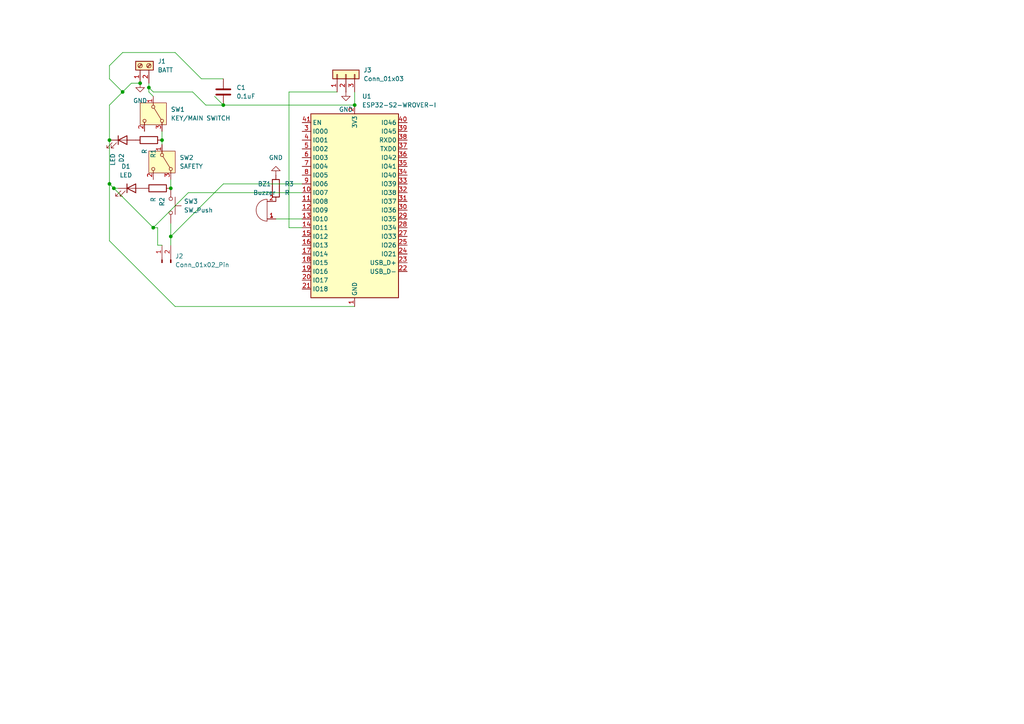
<source format=kicad_sch>
(kicad_sch (version 20250114) (generator "eeschema") (generator_version "9.0")
  (paper "A4")
  (lib_symbols
    (symbol "Connector:Conn_01x02_Pin" (pin_names (offset 1.016) (hide yes))
      (property "Reference" "J" (at 0 2.54 0))
      (property "Value" "Conn_01x02_Pin" (at 0 -5.08 0))
      (symbol "Conn_01x02_Pin_1_1"
        (rectangle (start 0.8636 0.127) (end 0 -0.127) (stroke (width 0.1524)) (fill (type outline)))
        (rectangle (start 0.8636 -2.413) (end 0 -2.667) (stroke (width 0.1524)) (fill (type outline)))
        (polyline (pts (xy 1.27 0) (xy 0.8636 0)) (stroke (width 0.1524)))
        (polyline (pts (xy 1.27 -2.54) (xy 0.8636 -2.54)) (stroke (width 0.1524)))
        (pin passive line (at 5.08 0 180) (length 3.81) (name "Pin_1") (number "1"))
        (pin passive line (at 5.08 -2.54 180) (length 3.81) (name "Pin_2") (number "2"))
      )
    )
    (symbol "Connector:Screw_Terminal_01x02" (pin_names (offset 1.016) (hide yes))
      (property "Reference" "J" (at 0 2.54 0))
      (property "Value" "Screw_Terminal_01x02" (at 0 -5.08 0))
      (symbol "Screw_Terminal_01x02_1_1"
        (rectangle (start -1.27 1.27) (end 1.27 -3.81) (stroke (width 0.254)) (fill (type background)))
        (polyline (pts (xy -0.5334 0.3302) (xy 0.3302 -0.508)) (stroke (width 0.1524)))
        (polyline (pts (xy -0.5334 -2.2098) (xy 0.3302 -3.048)) (stroke (width 0.1524)))
        (polyline (pts (xy -0.3556 0.508) (xy 0.508 -0.3302)) (stroke (width 0.1524)))
        (polyline (pts (xy -0.3556 -2.032) (xy 0.508 -2.8702)) (stroke (width 0.1524)))
        (circle (center 0 0) (radius 0.635) (stroke (width 0.1524)))
        (circle (center 0 -2.54) (radius 0.635) (stroke (width 0.1524)))
        (pin passive line (at -5.08 0 0) (length 3.81) (name "Pin_1") (number "1"))
        (pin passive line (at -5.08 -2.54 0) (length 3.81) (name "Pin_2") (number "2"))
      )
    )
    (symbol "Connector_Generic:Conn_01x03" (pin_names (offset 1.016) (hide yes))
      (property "Reference" "J" (at 0 5.08 0))
      (property "Value" "Conn_01x03" (at 0 -5.08 0))
      (symbol "Conn_01x03_1_1"
        (rectangle (start -1.27 3.81) (end 1.27 -3.81) (stroke (width 0.254)) (fill (type background)))
        (rectangle (start -1.27 2.667) (end 0 2.413) (stroke (width 0.1524)))
        (rectangle (start -1.27 0.127) (end 0 -0.127) (stroke (width 0.1524)))
        (rectangle (start -1.27 -2.413) (end 0 -2.667) (stroke (width 0.1524)))
        (pin passive line (at -5.08 2.54 0) (length 3.81) (name "Pin_1") (number "1"))
        (pin passive line (at -5.08 0 0) (length 3.81) (name "Pin_2") (number "2"))
        (pin passive line (at -5.08 -2.54 0) (length 3.81) (name "Pin_3") (number "3"))
      )
    )
    (symbol "Device:Buzzer" (pin_names (offset 0.0254) (hide yes))
      (property "Reference" "BZ" (at 3.81 1.27 0))
      (property "Value" "Buzzer" (at 3.81 -1.27 0))
      (symbol "Buzzer_0_1"
        (polyline (pts (xy -1.651 1.905) (xy -1.143 1.905)))
        (polyline (pts (xy -1.397 2.159) (xy -1.397 1.651)))
        (arc (start 0 3.175) (mid 3.1612 0) (end 0 -3.175))
        (polyline (pts (xy 0 3.175) (xy 0 -3.175)))
      )
      (symbol "Buzzer_1_1"
        (pin passive line (at -2.54 2.54 0) (length 2.54) (name "+") (number "1"))
        (pin passive line (at -2.54 -2.54 0) (length 2.54) (name "-") (number "2"))
      )
    )
    (symbol "Device:C" (pin_numbers (hide yes)) (pin_names (offset 0.254))
      (property "Reference" "C" (at 0.635 2.54 0))
      (property "Value" "C" (at 0.635 -2.54 0))
      (symbol "C_0_1"
        (polyline (pts (xy -2.032 0.762) (xy 2.032 0.762)) (stroke (width 0.508)))
        (polyline (pts (xy -2.032 -0.762) (xy 2.032 -0.762)) (stroke (width 0.508)))
      )
      (symbol "C_1_1"
        (pin passive line (at 0 3.81 270) (length 2.794) (name "~") (number "1"))
        (pin passive line (at 0 -3.81 90) (length 2.794) (name "~") (number "2"))
      )
    )
    (symbol "Device:LED" (pin_numbers (hide yes)) (pin_names (offset 1.016) (hide yes))
      (property "Reference" "D" (at 0 2.54 0))
      (property "Value" "LED" (at 0 -2.54 0))
      (symbol "LED_0_1"
        (polyline (pts (xy -3.048 -0.762) (xy -4.572 -2.286) (xy -3.81 -2.286) (xy -4.572 -2.286) (xy -4.572 -1.524)))
        (polyline (pts (xy -1.778 -0.762) (xy -3.302 -2.286) (xy -2.54 -2.286) (xy -3.302 -2.286) (xy -3.302 -1.524)))
        (polyline (pts (xy -1.27 0) (xy 1.27 0)))
        (polyline (pts (xy -1.27 -1.27) (xy -1.27 1.27)) (stroke (width 0.254)))
        (polyline (pts (xy 1.27 -1.27) (xy 1.27 1.27) (xy -1.27 0) (xy 1.27 -1.27)) (stroke (width 0.254)))
      )
      (symbol "LED_1_1"
        (pin passive line (at -3.81 0 0) (length 2.54) (name "K") (number "1"))
        (pin passive line (at 3.81 0 180) (length 2.54) (name "A") (number "2"))
      )
    )
    (symbol "Device:R" (pin_numbers (hide yes)) (pin_names (offset 0))
      (property "Reference" "R" (at 2.032 0 90))
      (property "Value" "R" (at 0 0 90))
      (symbol "R_0_1"
        (rectangle (start -1.016 -2.54) (end 1.016 2.54) (stroke (width 0.254)))
      )
      (symbol "R_1_1"
        (pin passive line (at 0 3.81 270) (length 1.27) (name "~") (number "1"))
        (pin passive line (at 0 -3.81 90) (length 1.27) (name "~") (number "2"))
      )
    )
    (symbol "RF_Module:ESP32-S2-WROVER-I"
      (property "Reference" "U" (at -12.7 29.21 0))
      (property "Value" "ESP32-S2-WROVER-I" (at 2.54 29.21 0))
      (symbol "ESP32-S2-WROVER-I_0_1"
        (rectangle (start -12.7 27.94) (end 12.7 -25.4) (stroke (width 0.254)) (fill (type background)))
      )
      (symbol "ESP32-S2-WROVER-I_1_1"
        (pin input line (at -15.24 25.4 0) (length 2.54) (name "EN") (number "41"))
        (pin bidirectional line (at -15.24 22.86 0) (length 2.54) (name "IO00") (number "3"))
        (pin bidirectional line (at -15.24 20.32 0) (length 2.54) (name "IO01") (number "4"))
        (pin bidirectional line (at -15.24 17.78 0) (length 2.54) (name "IO02") (number "5"))
        (pin bidirectional line (at -15.24 15.24 0) (length 2.54) (name "IO03") (number "6"))
        (pin bidirectional line (at -15.24 12.7 0) (length 2.54) (name "IO04") (number "7"))
        (pin bidirectional line (at -15.24 10.16 0) (length 2.54) (name "IO05") (number "8"))
        (pin bidirectional line (at -15.24 7.62 0) (length 2.54) (name "IO06") (number "9"))
        (pin bidirectional line (at -15.24 5.08 0) (length 2.54) (name "IO07") (number "10"))
        (pin bidirectional line (at -15.24 2.54 0) (length 2.54) (name "IO08") (number "11"))
        (pin bidirectional line (at -15.24 0 0) (length 2.54) (name "IO09") (number "12"))
        (pin bidirectional line (at -15.24 -2.54 0) (length 2.54) (name "IO10") (number "13"))
        (pin bidirectional line (at -15.24 -5.08 0) (length 2.54) (name "IO11") (number "14"))
        (pin bidirectional line (at -15.24 -7.62 0) (length 2.54) (name "IO12") (number "15"))
        (pin bidirectional line (at -15.24 -10.16 0) (length 2.54) (name "IO13") (number "16"))
        (pin bidirectional line (at -15.24 -12.7 0) (length 2.54) (name "IO14") (number "17"))
        (pin bidirectional line (at -15.24 -15.24 0) (length 2.54) (name "IO15") (number "18"))
        (pin bidirectional line (at -15.24 -17.78 0) (length 2.54) (name "IO16") (number "19"))
        (pin bidirectional line (at -15.24 -20.32 0) (length 2.54) (name "IO17") (number "20"))
        (pin bidirectional line (at -15.24 -22.86 0) (length 2.54) (name "IO18") (number "21"))
        (pin power_in line (at 0 30.48 270) (length 2.54) (name "3V3") (number "2"))
        (pin power_in line (at 0 -27.94 90) (length 2.54) (name "GND") (number "1"))
        (pin passive line (at 0 -27.94 90) (length 2.54) (hide yes) (name "GND") (number "26"))
        (pin passive line (at 0 -27.94 90) (length 2.54) (hide yes) (name "GND") (number "42"))
        (pin passive line (at 0 -27.94 90) (length 2.54) (hide yes) (name "GND") (number "43"))
        (pin input line (at 15.24 25.4 180) (length 2.54) (name "IO46") (number "40"))
        (pin bidirectional line (at 15.24 22.86 180) (length 2.54) (name "IO45") (number "39"))
        (pin bidirectional line (at 15.24 20.32 180) (length 2.54) (name "RXD0") (number "38"))
        (pin bidirectional line (at 15.24 17.78 180) (length 2.54) (name "TXD0") (number "37"))
        (pin bidirectional line (at 15.24 15.24 180) (length 2.54) (name "IO42") (number "36"))
        (pin bidirectional line (at 15.24 12.7 180) (length 2.54) (name "IO41") (number "35"))
        (pin bidirectional line (at 15.24 10.16 180) (length 2.54) (name "IO40") (number "34"))
        (pin bidirectional line (at 15.24 7.62 180) (length 2.54) (name "IO39") (number "33"))
        (pin bidirectional line (at 15.24 5.08 180) (length 2.54) (name "IO38") (number "32"))
        (pin bidirectional line (at 15.24 2.54 180) (length 2.54) (name "IO37") (number "31"))
        (pin bidirectional line (at 15.24 0 180) (length 2.54) (name "IO36") (number "30"))
        (pin bidirectional line (at 15.24 -2.54 180) (length 2.54) (name "IO35") (number "29"))
        (pin bidirectional line (at 15.24 -5.08 180) (length 2.54) (name "IO34") (number "28"))
        (pin bidirectional line (at 15.24 -7.62 180) (length 2.54) (name "IO33") (number "27"))
        (pin bidirectional line (at 15.24 -10.16 180) (length 2.54) (name "IO26") (number "25"))
        (pin bidirectional line (at 15.24 -12.7 180) (length 2.54) (name "IO21") (number "24"))
        (pin bidirectional line (at 15.24 -15.24 180) (length 2.54) (name "USB_D+") (number "23"))
        (pin bidirectional line (at 15.24 -17.78 180) (length 2.54) (name "USB_D-") (number "22"))
      )
    )
    (symbol "Switch:SW_Push" (pin_numbers (hide yes)) (pin_names (offset 1.016) (hide yes))
      (property "Reference" "SW" (at 1.27 2.54 0))
      (property "Value" "SW_Push" (at 0 -1.524 0))
      (symbol "SW_Push_0_1"
        (circle (center -2.032 0) (radius 0.508))
        (polyline (pts (xy 0 1.27) (xy 0 3.048)))
        (circle (center 2.032 0) (radius 0.508))
        (polyline (pts (xy 2.54 1.27) (xy -2.54 1.27)))
        (pin passive line (at -5.08 0 0) (length 2.54) (name "1") (number "1"))
        (pin passive line (at 5.08 0 180) (length 2.54) (name "2") (number "2"))
      )
    )
    (symbol "Switch:SW_SPDT_312" (pin_names (offset 1) (hide yes))
      (property "Reference" "SW" (at 0 5.08 0))
      (property "Value" "SW_SPDT_312" (at 0 -5.08 0))
      (symbol "SW_SPDT_312_0_1"
        (circle (center -2.032 0) (radius 0.4572))
        (polyline (pts (xy -1.651 0.254) (xy 1.651 2.286)))
        (circle (center 2.032 2.54) (radius 0.4572))
        (circle (center 2.032 -2.54) (radius 0.4572))
      )
      (symbol "SW_SPDT_312_1_1"
        (rectangle (start -3.175 3.81) (end 3.175 -3.81) (fill (type background)))
        (pin passive line (at -5.08 0 0) (length 2.54) (name "B") (number "1"))
        (pin passive line (at 5.08 2.54 180) (length 2.54) (name "A") (number "3"))
        (pin passive line (at 5.08 -2.54 180) (length 2.54) (name "C") (number "2"))
      )
    )
    (symbol "power:GND" (power) (pin_numbers (hide yes)) (pin_names (offset 0) (hide yes))
      (property "Value" "GND" (at 0 -3.81 0))
      (symbol "GND_0_1"
        (polyline (pts (xy 0 0) (xy 0 -1.27) (xy 1.27 -1.27) (xy 0 -2.54) (xy -1.27 -1.27) (xy 0 -1.27)))
      )
      (symbol "GND_1_1"
        (pin power_in line (at 0 0 270) (length 0) (name "~") (number "1"))
      )
    )
  )
  (junction (at 33.02 54.61))
  (junction (at 49.53 54.61))
  (junction (at 46.99 40.64))
  (junction (at 31.75 53.34))
  (junction (at 44.45 66.04))
  (junction (at 43.18 25.4))
  (junction (at 102.87 30.48))
  (junction (at 64.77 30.48))
  (junction (at 49.53 68.58))
  (junction (at 31.75 40.64))
  (junction (at 40.64 24.13))
  (junction (at 35.56 26.67))
  (bus_entry (at 62.23 27.94) (size 2.54 2.54))
  (wire (pts (xy 87.63 53.34) (xy 64.77 53.34)))
  (wire (pts (xy 31.75 30.48) (xy 35.56 26.67)))
  (wire (pts (xy 35.56 15.24) (xy 31.75 19.05)))
  (wire (pts (xy 102.87 26.67) (xy 102.87 30.48)))
  (wire (pts (xy 50.8 88.9) (xy 102.87 88.9)))
  (wire (pts (xy 80.01 63.5) (xy 87.63 63.5)))
  (wire (pts (xy 54.61 55.88) (xy 87.63 55.88)))
  (wire (pts (xy 34.29 54.61) (xy 33.02 54.61)))
  (wire (pts (xy 45.72 71.12) (xy 46.99 71.12)))
  (wire (pts (xy 31.75 19.05) (xy 31.75 22.86)))
  (wire (pts (xy 31.75 53.34) (xy 31.75 69.85)))
  (wire (pts (xy 31.75 30.48) (xy 31.75 40.64)))
  (wire (pts (xy 49.53 52.07) (xy 49.53 54.61)))
  (wire (pts (xy 49.53 64.77) (xy 49.53 68.58)))
  (wire (pts (xy 46.99 38.1) (xy 46.99 40.64)))
  (wire (pts (xy 43.18 26.67) (xy 44.45 27.94)))
  (wire (pts (xy 33.02 54.61) (xy 44.45 66.04)))
  (wire (pts (xy 31.75 53.34) (xy 33.02 54.61)))
  (wire (pts (xy 83.82 66.04) (xy 87.63 66.04)))
  (wire (pts (xy 50.8 88.9) (xy 31.75 69.85)))
  (wire (pts (xy 64.77 22.86) (xy 58.42 22.86)))
  (wire (pts (xy 59.69 30.48) (xy 55.88 26.67)))
  (wire (pts (xy 31.75 22.86) (xy 35.56 26.67)))
  (wire (pts (xy 50.8 15.24) (xy 35.56 15.24)))
  (wire (pts (xy 58.42 22.86) (xy 50.8 15.24)))
  (wire (pts (xy 64.77 30.48) (xy 102.87 30.48)))
  (wire (pts (xy 43.18 24.13) (xy 43.18 25.4)))
  (wire (pts (xy 64.77 53.34) (xy 49.53 68.58)))
  (wire (pts (xy 83.82 26.67) (xy 97.79 26.67)))
  (wire (pts (xy 35.56 26.67) (xy 38.1 24.13)))
  (wire (pts (xy 40.64 24.13) (xy 38.1 24.13)))
  (wire (pts (xy 49.53 68.58) (xy 49.53 71.12)))
  (wire (pts (xy 59.69 30.48) (xy 64.77 30.48)))
  (wire (pts (xy 45.72 66.04) (xy 44.45 66.04)))
  (wire (pts (xy 46.99 40.64) (xy 46.99 41.91)))
  (wire (pts (xy 45.72 71.12) (xy 45.72 66.04)))
  (wire (pts (xy 43.18 25.4) (xy 43.18 26.67)))
  (wire (pts (xy 54.61 55.88) (xy 44.45 66.04)))
  (wire (pts (xy 31.75 40.64) (xy 31.75 53.34)))
  (wire (pts (xy 83.82 26.67) (xy 83.82 66.04)))
  (wire (pts (xy 44.45 26.67) (xy 43.18 25.4)))
  (wire (pts (xy 55.88 26.67) (xy 44.45 26.67)))
  (symbol (lib_id "Device:R") (at 45.72 54.61 270) (unit 1)
    (property "Reference" "R2" (at 46.9901 57.15 0) (effects (justify left)))
    (property "Value" "R" (at 44.4501 57.15 0) (effects (justify left)))
    (property "Description" "Resistor" (effects (hide yes)))
  )
  (symbol (lib_id "Device:LED") (at 35.56 40.64 0) (unit 1)
    (property "Reference" "D2" (at 35.2426 44.45 90) (effects (justify right)))
    (property "Value" "LED" (at 32.7026 44.45 90) (effects (justify right)))
    (property "Description" "Light emitting diode" (effects (hide yes)))
    (property "Sim.Pins" "1=K 2=A" (effects (hide yes)))
  )
  (symbol (lib_id "RF_Module:ESP32-S2-WROVER-I") (at 102.87 60.96 0) (unit 1)
    (property "Reference" "U1" (at 105.0133 27.94 0) (effects (justify left)))
    (property "Value" "ESP32-S2-WROVER-I" (at 105.0133 30.48 0) (effects (justify left)))
    (property "Footprint" "RF_Module:ESP32-S2-WROVER" (effects (hide yes)))
    (property "Datasheet" "https://www.espressif.com/sites/default/files/documentation/esp32-s2-wroom_esp32-s2-wroom-i_datasheet_en.pdf" (effects (hide yes)))
    (property "Description" "RF Module, ESP32-D0WDQ6 SoC, Wi-Fi 802.11b/g/n, 32-bit, 2.7-3.6V, onboard antenna, SMD" (effects (hide yes)))
  )
  (symbol (lib_id "Connector:Conn_01x02_Pin") (at 46.99 76.2 90) (unit 1)
    (property "Reference" "J2" (at 50.8 74.2949 90) (effects (justify right)))
    (property "Value" "Conn_01x02_Pin" (at 50.8 76.8349 90) (effects (justify right)))
    (property "Description" "Generic connector, single row, 01x02, script generated" (effects (hide yes)))
  )
  (symbol (lib_id "Device:R") (at 43.18 40.64 270) (unit 1)
    (property "Reference" "R1" (at 44.4501 43.18 0) (effects (justify left)))
    (property "Value" "R" (at 41.9101 43.18 0) (effects (justify left)))
    (property "Description" "Resistor" (effects (hide yes)))
  )
  (symbol (lib_id "Device:R") (at 80.01 54.61 0) (unit 1)
    (property "Reference" "R3" (at 82.55 53.3399 0) (effects (justify left)))
    (property "Value" "R" (at 82.55 55.8799 0) (effects (justify left)))
    (property "Description" "Resistor" (effects (hide yes)))
  )
  (symbol (lib_id "power:GND") (at 40.64 24.13 0) (unit 1)
    (property "Reference" "#PWR03" (effects (hide yes)))
    (property "Value" "GND" (at 40.64 29.21 0))
    (property "Description" "Power symbol creates a global label with name \"GND\" , ground" (effects (hide yes)))
  )
  (symbol (lib_id "power:GND") (at 80.01 50.8 180) (unit 1)
    (property "Reference" "#PWR02" (effects (hide yes)))
    (property "Value" "GND" (at 80.01 45.72 0))
    (property "Description" "Power symbol creates a global label with name \"GND\" , ground" (effects (hide yes)))
  )
  (symbol (lib_id "Switch:SW_SPDT_312") (at 46.99 46.99 270) (unit 1)
    (property "Reference" "SW2" (at 52.07 45.7199 90) (effects (justify left)))
    (property "Value" "SAFETY" (at 52.07 48.2599 90) (effects (justify left)))
    (property "Description" "Switch, single pole double throw" (effects (hide yes)))
  )
  (symbol (lib_id "Switch:SW_SPDT_312") (at 44.45 33.02 270) (unit 1)
    (property "Reference" "SW1" (at 49.53 31.7499 90) (effects (justify left)))
    (property "Value" "KEY/MAIN SWITCH" (at 49.53 34.2899 90) (effects (justify left)))
    (property "Description" "Switch, single pole double throw" (effects (hide yes)))
  )
  (symbol (lib_id "Connector_Generic:Conn_01x03") (at 100.33 21.59 90) (unit 1)
    (property "Reference" "J3" (at 105.41 20.3199 90) (effects (justify right)))
    (property "Value" "Conn_01x03" (at 105.41 22.8599 90) (effects (justify right)))
    (property "Description" "Generic connector, single row, 01x03, script generated (kicad-library-utils/schlib/autogen/connector/)" (effects (hide yes)))
  )
  (symbol (lib_id "Device:C") (at 64.77 26.67 0) (unit 1)
    (property "Reference" "C1" (at 68.58 25.3999 0) (effects (justify left)))
    (property "Value" "0.1uF" (at 68.58 27.9399 0) (effects (justify left)))
    (property "Description" "Unpolarized capacitor" (effects (hide yes)))
  )
  (symbol (lib_id "Device:LED") (at 38.1 54.61 0) (unit 1)
    (property "Reference" "D1" (at 36.5125 48.26 0))
    (property "Value" "LED" (at 36.5125 50.8 0))
    (property "Description" "Light emitting diode" (effects (hide yes)))
    (property "Sim.Pins" "1=K 2=A" (effects (hide yes)))
  )
  (symbol (lib_id "Device:Buzzer") (at 77.47 60.96 180) (unit 1)
    (property "Reference" "BZ1" (at 76.7149 53.34 0))
    (property "Value" "Buzzer" (at 76.7149 55.88 0))
    (property "Description" "Buzzer, polarized" (effects (hide yes)))
  )
  (symbol (lib_id "Connector:Screw_Terminal_01x02") (at 40.64 19.05 90) (unit 1)
    (property "Reference" "J1" (at 45.72 17.7799 90) (effects (justify right)))
    (property "Value" "BATT" (at 45.72 20.3199 90) (effects (justify right)))
    (property "Description" "Generic screw terminal, single row, 01x02, script generated (kicad-library-utils/schlib/autogen/connector/)" (effects (hide yes)))
  )
  (symbol (lib_id "power:GND") (at 100.33 26.67 0) (unit 1)
    (property "Reference" "#PWR01" (effects (hide yes)))
    (property "Value" "GND" (at 100.33 31.75 0))
    (property "Description" "Power symbol creates a global label with name \"GND\" , ground" (effects (hide yes)))
  )
  (symbol (lib_id "Switch:SW_Push") (at 49.53 59.69 270) (unit 1)
    (property "Reference" "SW3" (at 53.34 58.4199 90) (effects (justify left)))
    (property "Value" "SW_Push" (at 53.34 60.9599 90) (effects (justify left)))
    (property "Description" "Push button switch, generic, two pins" (effects (hide yes)))
  )
)
</source>
